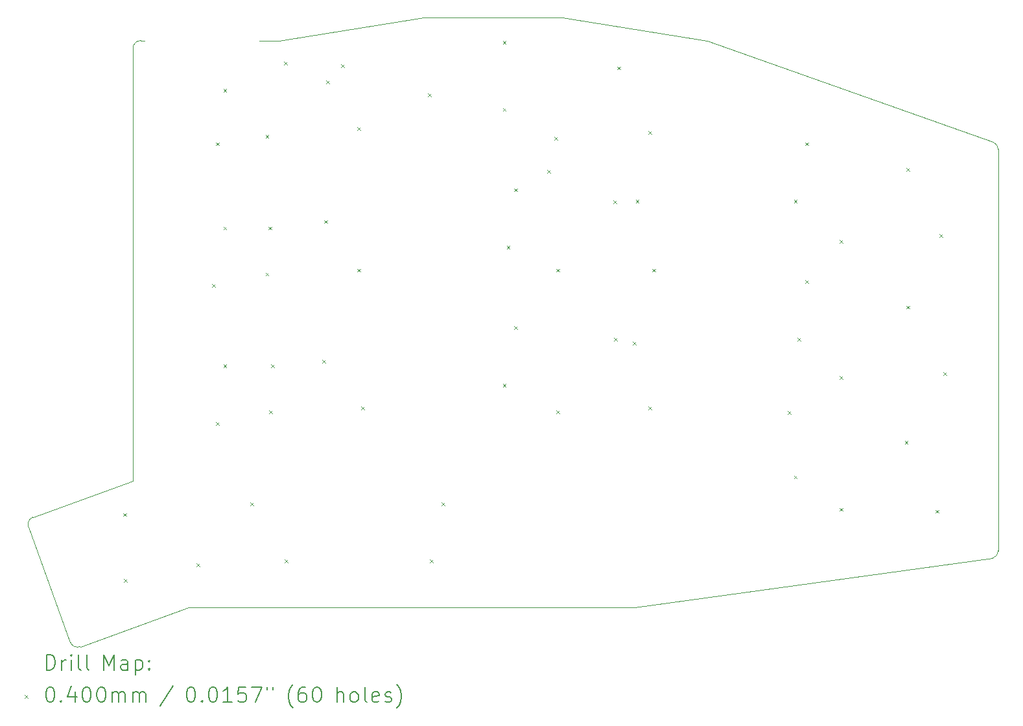
<source format=gbr>
%TF.GenerationSoftware,KiCad,Pcbnew,(7.0.0-0)*%
%TF.CreationDate,2023-03-13T10:44:27+08:00*%
%TF.ProjectId,Input,496e7075-742e-46b6-9963-61645f706362,1*%
%TF.SameCoordinates,PX7bfa480PY6052340*%
%TF.FileFunction,Drillmap*%
%TF.FilePolarity,Positive*%
%FSLAX45Y45*%
G04 Gerber Fmt 4.5, Leading zero omitted, Abs format (unit mm)*
G04 Created by KiCad (PCBNEW (7.0.0-0)) date 2023-03-13 10:44:27*
%MOMM*%
%LPD*%
G01*
G04 APERTURE LIST*
%ADD10C,0.100000*%
%ADD11C,0.200000*%
%ADD12C,0.040000*%
G04 APERTURE END LIST*
D10*
X2900000Y3200000D02*
X1000000Y2900000D01*
X6600000Y2900000D02*
X4700000Y3200000D01*
X-750000Y2900000D02*
X-800000Y2901005D01*
X-900000Y2800000D02*
X-900000Y-2850000D01*
X10325000Y-3860000D02*
G75*
G03*
X10400000Y-3764289I-23570J95711D01*
G01*
X1000000Y2900000D02*
X750000Y2900000D01*
X5650000Y-4500000D02*
X10325000Y-3860000D01*
X-175000Y-4500000D02*
X5650000Y-4500000D01*
X-800000Y2901005D02*
G75*
G03*
X-900000Y2800001I0J-100005D01*
G01*
X-1719107Y-4955972D02*
X-2266339Y-3452464D01*
X-1719110Y-4955973D02*
G75*
G03*
X-1590936Y-5015740I93970J34203D01*
G01*
X10330000Y1575000D02*
X6600000Y2900000D01*
X10400001Y1479289D02*
G75*
G03*
X10330000Y1575000I-100431J1D01*
G01*
X-2206573Y-3324290D02*
G75*
G03*
X-2266339Y-3452464I34203J-93970D01*
G01*
X4700000Y3200000D02*
X2900000Y3200000D01*
X-2206572Y-3324293D02*
X-900000Y-2850000D01*
X-175000Y-4500000D02*
X-1590936Y-5015740D01*
X10400000Y-3764289D02*
X10400000Y1479289D01*
D11*
D12*
X-1027327Y-3272673D02*
X-987327Y-3312673D01*
X-987327Y-3272673D02*
X-1027327Y-3312673D01*
X-1020000Y-4130000D02*
X-980000Y-4170000D01*
X-980000Y-4130000D02*
X-1020000Y-4170000D01*
X-70000Y-3930000D02*
X-30000Y-3970000D01*
X-30000Y-3930000D02*
X-70000Y-3970000D01*
X130000Y-280000D02*
X170000Y-320000D01*
X170000Y-280000D02*
X130000Y-320000D01*
X180000Y1570000D02*
X220000Y1530000D01*
X220000Y1570000D02*
X180000Y1530000D01*
X180000Y-2080000D02*
X220000Y-2120000D01*
X220000Y-2080000D02*
X180000Y-2120000D01*
X280000Y470000D02*
X320000Y430000D01*
X320000Y470000D02*
X280000Y430000D01*
X280000Y-1330000D02*
X320000Y-1370000D01*
X320000Y-1330000D02*
X280000Y-1370000D01*
X280000Y2270000D02*
X320000Y2230000D01*
X320000Y2270000D02*
X280000Y2230000D01*
X630000Y-3130000D02*
X670000Y-3170000D01*
X670000Y-3130000D02*
X630000Y-3170000D01*
X830000Y1670000D02*
X870000Y1630000D01*
X870000Y1670000D02*
X830000Y1630000D01*
X830000Y-130000D02*
X870000Y-170000D01*
X870000Y-130000D02*
X830000Y-170000D01*
X870000Y470000D02*
X910000Y430000D01*
X910000Y470000D02*
X870000Y430000D01*
X880000Y-1930000D02*
X920000Y-1970000D01*
X920000Y-1930000D02*
X880000Y-1970000D01*
X900000Y-1330000D02*
X940000Y-1370000D01*
X940000Y-1330000D02*
X900000Y-1370000D01*
X1070000Y2622450D02*
X1110000Y2582450D01*
X1110000Y2622450D02*
X1070000Y2582450D01*
X1080000Y-3880000D02*
X1120000Y-3920000D01*
X1120000Y-3880000D02*
X1080000Y-3920000D01*
X1572500Y-1272500D02*
X1612500Y-1312500D01*
X1612500Y-1272500D02*
X1572500Y-1312500D01*
X1596250Y553750D02*
X1636250Y513750D01*
X1636250Y553750D02*
X1596250Y513750D01*
X1622500Y2377500D02*
X1662500Y2337500D01*
X1662500Y2377500D02*
X1622500Y2337500D01*
X1820000Y2590000D02*
X1860000Y2550000D01*
X1860000Y2590000D02*
X1820000Y2550000D01*
X2030000Y1770000D02*
X2070000Y1730000D01*
X2070000Y1770000D02*
X2030000Y1730000D01*
X2030000Y-80000D02*
X2070000Y-120000D01*
X2070000Y-80000D02*
X2030000Y-120000D01*
X2080000Y-1880000D02*
X2120000Y-1920000D01*
X2120000Y-1880000D02*
X2080000Y-1920000D01*
X2950000Y2210000D02*
X2990000Y2170000D01*
X2990000Y2210000D02*
X2950000Y2170000D01*
X2980000Y-3880000D02*
X3020000Y-3920000D01*
X3020000Y-3880000D02*
X2980000Y-3920000D01*
X3130000Y-3130000D02*
X3170000Y-3170000D01*
X3170000Y-3130000D02*
X3130000Y-3170000D01*
X3930000Y2897550D02*
X3970000Y2857550D01*
X3970000Y2897550D02*
X3930000Y2857550D01*
X3930000Y2020000D02*
X3970000Y1980000D01*
X3970000Y2020000D02*
X3930000Y1980000D01*
X3930000Y-1580000D02*
X3970000Y-1620000D01*
X3970000Y-1580000D02*
X3930000Y-1620000D01*
X3980000Y220000D02*
X4020000Y180000D01*
X4020000Y220000D02*
X3980000Y180000D01*
X4080000Y970000D02*
X4120000Y930000D01*
X4120000Y970000D02*
X4080000Y930000D01*
X4080000Y-830000D02*
X4120000Y-870000D01*
X4120000Y-830000D02*
X4080000Y-870000D01*
X4510000Y1210000D02*
X4550000Y1170000D01*
X4550000Y1210000D02*
X4510000Y1170000D01*
X4605500Y1645500D02*
X4645500Y1605500D01*
X4645500Y1645500D02*
X4605500Y1605500D01*
X4630000Y-80000D02*
X4670000Y-120000D01*
X4670000Y-80000D02*
X4630000Y-120000D01*
X4630000Y-1930000D02*
X4670000Y-1970000D01*
X4670000Y-1930000D02*
X4630000Y-1970000D01*
X5372500Y812500D02*
X5412500Y772500D01*
X5412500Y812500D02*
X5372500Y772500D01*
X5380000Y-980000D02*
X5420000Y-1020000D01*
X5420000Y-980000D02*
X5380000Y-1020000D01*
X5422500Y2562500D02*
X5462500Y2522500D01*
X5462500Y2562500D02*
X5422500Y2522500D01*
X5630000Y-1030000D02*
X5670000Y-1070000D01*
X5670000Y-1030000D02*
X5630000Y-1070000D01*
X5665000Y820000D02*
X5705000Y780000D01*
X5705000Y820000D02*
X5665000Y780000D01*
X5830000Y1720000D02*
X5870000Y1680000D01*
X5870000Y1720000D02*
X5830000Y1680000D01*
X5830000Y-1880000D02*
X5870000Y-1920000D01*
X5870000Y-1880000D02*
X5830000Y-1920000D01*
X5880000Y-80000D02*
X5920000Y-120000D01*
X5920000Y-80000D02*
X5880000Y-120000D01*
X7652500Y-1937500D02*
X7692500Y-1977500D01*
X7692500Y-1937500D02*
X7652500Y-1977500D01*
X7730000Y820000D02*
X7770000Y780000D01*
X7770000Y820000D02*
X7730000Y780000D01*
X7730000Y-2780000D02*
X7770000Y-2820000D01*
X7770000Y-2780000D02*
X7730000Y-2820000D01*
X7780000Y-980000D02*
X7820000Y-1020000D01*
X7820000Y-980000D02*
X7780000Y-1020000D01*
X7880000Y1570000D02*
X7920000Y1530000D01*
X7920000Y1570000D02*
X7880000Y1530000D01*
X7880000Y-230000D02*
X7920000Y-270000D01*
X7920000Y-230000D02*
X7880000Y-270000D01*
X8330000Y295000D02*
X8370000Y255000D01*
X8370000Y295000D02*
X8330000Y255000D01*
X8330000Y-1480000D02*
X8370000Y-1520000D01*
X8370000Y-1480000D02*
X8330000Y-1520000D01*
X8330000Y-3205000D02*
X8370000Y-3245000D01*
X8370000Y-3205000D02*
X8330000Y-3245000D01*
X9180000Y-2330000D02*
X9220000Y-2370000D01*
X9220000Y-2330000D02*
X9180000Y-2370000D01*
X9197500Y1237500D02*
X9237500Y1197500D01*
X9237500Y1237500D02*
X9197500Y1197500D01*
X9197500Y-562500D02*
X9237500Y-602500D01*
X9237500Y-562500D02*
X9197500Y-602500D01*
X9580000Y-3230000D02*
X9620000Y-3270000D01*
X9620000Y-3230000D02*
X9580000Y-3270000D01*
X9630000Y370000D02*
X9670000Y330000D01*
X9670000Y370000D02*
X9630000Y330000D01*
X9680000Y-1430000D02*
X9720000Y-1470000D01*
X9720000Y-1430000D02*
X9680000Y-1470000D01*
D11*
X-2029752Y-5320247D02*
X-2029752Y-5120247D01*
X-2029752Y-5120247D02*
X-1982133Y-5120247D01*
X-1982133Y-5120247D02*
X-1953561Y-5129771D01*
X-1953561Y-5129771D02*
X-1934514Y-5148819D01*
X-1934514Y-5148819D02*
X-1924990Y-5167866D01*
X-1924990Y-5167866D02*
X-1915466Y-5205961D01*
X-1915466Y-5205961D02*
X-1915466Y-5234533D01*
X-1915466Y-5234533D02*
X-1924990Y-5272628D01*
X-1924990Y-5272628D02*
X-1934514Y-5291676D01*
X-1934514Y-5291676D02*
X-1953561Y-5310723D01*
X-1953561Y-5310723D02*
X-1982133Y-5320247D01*
X-1982133Y-5320247D02*
X-2029752Y-5320247D01*
X-1829752Y-5320247D02*
X-1829752Y-5186914D01*
X-1829752Y-5225009D02*
X-1820228Y-5205961D01*
X-1820228Y-5205961D02*
X-1810704Y-5196438D01*
X-1810704Y-5196438D02*
X-1791657Y-5186914D01*
X-1791657Y-5186914D02*
X-1772609Y-5186914D01*
X-1705942Y-5320247D02*
X-1705942Y-5186914D01*
X-1705942Y-5120247D02*
X-1715466Y-5129771D01*
X-1715466Y-5129771D02*
X-1705942Y-5139295D01*
X-1705942Y-5139295D02*
X-1696418Y-5129771D01*
X-1696418Y-5129771D02*
X-1705942Y-5120247D01*
X-1705942Y-5120247D02*
X-1705942Y-5139295D01*
X-1582133Y-5320247D02*
X-1601180Y-5310723D01*
X-1601180Y-5310723D02*
X-1610704Y-5291676D01*
X-1610704Y-5291676D02*
X-1610704Y-5120247D01*
X-1477371Y-5320247D02*
X-1496418Y-5310723D01*
X-1496418Y-5310723D02*
X-1505942Y-5291676D01*
X-1505942Y-5291676D02*
X-1505942Y-5120247D01*
X-1281180Y-5320247D02*
X-1281180Y-5120247D01*
X-1281180Y-5120247D02*
X-1214514Y-5263104D01*
X-1214514Y-5263104D02*
X-1147847Y-5120247D01*
X-1147847Y-5120247D02*
X-1147847Y-5320247D01*
X-966895Y-5320247D02*
X-966895Y-5215485D01*
X-966895Y-5215485D02*
X-976418Y-5196438D01*
X-976418Y-5196438D02*
X-995466Y-5186914D01*
X-995466Y-5186914D02*
X-1033561Y-5186914D01*
X-1033561Y-5186914D02*
X-1052609Y-5196438D01*
X-966895Y-5310723D02*
X-985942Y-5320247D01*
X-985942Y-5320247D02*
X-1033561Y-5320247D01*
X-1033561Y-5320247D02*
X-1052609Y-5310723D01*
X-1052609Y-5310723D02*
X-1062133Y-5291676D01*
X-1062133Y-5291676D02*
X-1062133Y-5272628D01*
X-1062133Y-5272628D02*
X-1052609Y-5253580D01*
X-1052609Y-5253580D02*
X-1033561Y-5244057D01*
X-1033561Y-5244057D02*
X-985942Y-5244057D01*
X-985942Y-5244057D02*
X-966895Y-5234533D01*
X-871657Y-5186914D02*
X-871657Y-5386914D01*
X-871657Y-5196438D02*
X-852609Y-5186914D01*
X-852609Y-5186914D02*
X-814514Y-5186914D01*
X-814514Y-5186914D02*
X-795466Y-5196438D01*
X-795466Y-5196438D02*
X-785942Y-5205961D01*
X-785942Y-5205961D02*
X-776418Y-5225009D01*
X-776418Y-5225009D02*
X-776418Y-5282152D01*
X-776418Y-5282152D02*
X-785942Y-5301199D01*
X-785942Y-5301199D02*
X-795466Y-5310723D01*
X-795466Y-5310723D02*
X-814514Y-5320247D01*
X-814514Y-5320247D02*
X-852609Y-5320247D01*
X-852609Y-5320247D02*
X-871657Y-5310723D01*
X-690704Y-5301199D02*
X-681180Y-5310723D01*
X-681180Y-5310723D02*
X-690704Y-5320247D01*
X-690704Y-5320247D02*
X-700228Y-5310723D01*
X-700228Y-5310723D02*
X-690704Y-5301199D01*
X-690704Y-5301199D02*
X-690704Y-5320247D01*
X-690704Y-5196438D02*
X-681180Y-5205961D01*
X-681180Y-5205961D02*
X-690704Y-5215485D01*
X-690704Y-5215485D02*
X-700228Y-5205961D01*
X-700228Y-5205961D02*
X-690704Y-5196438D01*
X-690704Y-5196438D02*
X-690704Y-5215485D01*
D12*
X-2317371Y-5646771D02*
X-2277371Y-5686771D01*
X-2277371Y-5646771D02*
X-2317371Y-5686771D01*
D11*
X-1991657Y-5540247D02*
X-1972609Y-5540247D01*
X-1972609Y-5540247D02*
X-1953561Y-5549771D01*
X-1953561Y-5549771D02*
X-1944037Y-5559295D01*
X-1944037Y-5559295D02*
X-1934514Y-5578342D01*
X-1934514Y-5578342D02*
X-1924990Y-5616437D01*
X-1924990Y-5616437D02*
X-1924990Y-5664057D01*
X-1924990Y-5664057D02*
X-1934514Y-5702152D01*
X-1934514Y-5702152D02*
X-1944037Y-5721199D01*
X-1944037Y-5721199D02*
X-1953561Y-5730723D01*
X-1953561Y-5730723D02*
X-1972609Y-5740247D01*
X-1972609Y-5740247D02*
X-1991657Y-5740247D01*
X-1991657Y-5740247D02*
X-2010704Y-5730723D01*
X-2010704Y-5730723D02*
X-2020228Y-5721199D01*
X-2020228Y-5721199D02*
X-2029752Y-5702152D01*
X-2029752Y-5702152D02*
X-2039276Y-5664057D01*
X-2039276Y-5664057D02*
X-2039276Y-5616437D01*
X-2039276Y-5616437D02*
X-2029752Y-5578342D01*
X-2029752Y-5578342D02*
X-2020228Y-5559295D01*
X-2020228Y-5559295D02*
X-2010704Y-5549771D01*
X-2010704Y-5549771D02*
X-1991657Y-5540247D01*
X-1839276Y-5721199D02*
X-1829752Y-5730723D01*
X-1829752Y-5730723D02*
X-1839276Y-5740247D01*
X-1839276Y-5740247D02*
X-1848799Y-5730723D01*
X-1848799Y-5730723D02*
X-1839276Y-5721199D01*
X-1839276Y-5721199D02*
X-1839276Y-5740247D01*
X-1658323Y-5606914D02*
X-1658323Y-5740247D01*
X-1705942Y-5530723D02*
X-1753561Y-5673580D01*
X-1753561Y-5673580D02*
X-1629752Y-5673580D01*
X-1515466Y-5540247D02*
X-1496418Y-5540247D01*
X-1496418Y-5540247D02*
X-1477371Y-5549771D01*
X-1477371Y-5549771D02*
X-1467847Y-5559295D01*
X-1467847Y-5559295D02*
X-1458323Y-5578342D01*
X-1458323Y-5578342D02*
X-1448799Y-5616437D01*
X-1448799Y-5616437D02*
X-1448799Y-5664057D01*
X-1448799Y-5664057D02*
X-1458323Y-5702152D01*
X-1458323Y-5702152D02*
X-1467847Y-5721199D01*
X-1467847Y-5721199D02*
X-1477371Y-5730723D01*
X-1477371Y-5730723D02*
X-1496418Y-5740247D01*
X-1496418Y-5740247D02*
X-1515466Y-5740247D01*
X-1515466Y-5740247D02*
X-1534514Y-5730723D01*
X-1534514Y-5730723D02*
X-1544037Y-5721199D01*
X-1544037Y-5721199D02*
X-1553561Y-5702152D01*
X-1553561Y-5702152D02*
X-1563085Y-5664057D01*
X-1563085Y-5664057D02*
X-1563085Y-5616437D01*
X-1563085Y-5616437D02*
X-1553561Y-5578342D01*
X-1553561Y-5578342D02*
X-1544037Y-5559295D01*
X-1544037Y-5559295D02*
X-1534514Y-5549771D01*
X-1534514Y-5549771D02*
X-1515466Y-5540247D01*
X-1324990Y-5540247D02*
X-1305942Y-5540247D01*
X-1305942Y-5540247D02*
X-1286895Y-5549771D01*
X-1286895Y-5549771D02*
X-1277371Y-5559295D01*
X-1277371Y-5559295D02*
X-1267847Y-5578342D01*
X-1267847Y-5578342D02*
X-1258323Y-5616437D01*
X-1258323Y-5616437D02*
X-1258323Y-5664057D01*
X-1258323Y-5664057D02*
X-1267847Y-5702152D01*
X-1267847Y-5702152D02*
X-1277371Y-5721199D01*
X-1277371Y-5721199D02*
X-1286895Y-5730723D01*
X-1286895Y-5730723D02*
X-1305942Y-5740247D01*
X-1305942Y-5740247D02*
X-1324990Y-5740247D01*
X-1324990Y-5740247D02*
X-1344038Y-5730723D01*
X-1344038Y-5730723D02*
X-1353561Y-5721199D01*
X-1353561Y-5721199D02*
X-1363085Y-5702152D01*
X-1363085Y-5702152D02*
X-1372609Y-5664057D01*
X-1372609Y-5664057D02*
X-1372609Y-5616437D01*
X-1372609Y-5616437D02*
X-1363085Y-5578342D01*
X-1363085Y-5578342D02*
X-1353561Y-5559295D01*
X-1353561Y-5559295D02*
X-1344038Y-5549771D01*
X-1344038Y-5549771D02*
X-1324990Y-5540247D01*
X-1172609Y-5740247D02*
X-1172609Y-5606914D01*
X-1172609Y-5625961D02*
X-1163085Y-5616437D01*
X-1163085Y-5616437D02*
X-1144038Y-5606914D01*
X-1144038Y-5606914D02*
X-1115466Y-5606914D01*
X-1115466Y-5606914D02*
X-1096418Y-5616437D01*
X-1096418Y-5616437D02*
X-1086895Y-5635485D01*
X-1086895Y-5635485D02*
X-1086895Y-5740247D01*
X-1086895Y-5635485D02*
X-1077371Y-5616437D01*
X-1077371Y-5616437D02*
X-1058323Y-5606914D01*
X-1058323Y-5606914D02*
X-1029752Y-5606914D01*
X-1029752Y-5606914D02*
X-1010704Y-5616437D01*
X-1010704Y-5616437D02*
X-1001180Y-5635485D01*
X-1001180Y-5635485D02*
X-1001180Y-5740247D01*
X-905942Y-5740247D02*
X-905942Y-5606914D01*
X-905942Y-5625961D02*
X-896418Y-5616437D01*
X-896418Y-5616437D02*
X-877371Y-5606914D01*
X-877371Y-5606914D02*
X-848799Y-5606914D01*
X-848799Y-5606914D02*
X-829752Y-5616437D01*
X-829752Y-5616437D02*
X-820228Y-5635485D01*
X-820228Y-5635485D02*
X-820228Y-5740247D01*
X-820228Y-5635485D02*
X-810704Y-5616437D01*
X-810704Y-5616437D02*
X-791656Y-5606914D01*
X-791656Y-5606914D02*
X-763085Y-5606914D01*
X-763085Y-5606914D02*
X-744037Y-5616437D01*
X-744037Y-5616437D02*
X-734514Y-5635485D01*
X-734514Y-5635485D02*
X-734514Y-5740247D01*
X-376418Y-5530723D02*
X-547847Y-5787866D01*
X-151657Y-5540247D02*
X-132609Y-5540247D01*
X-132609Y-5540247D02*
X-113561Y-5549771D01*
X-113561Y-5549771D02*
X-104037Y-5559295D01*
X-104037Y-5559295D02*
X-94514Y-5578342D01*
X-94514Y-5578342D02*
X-84990Y-5616437D01*
X-84990Y-5616437D02*
X-84990Y-5664057D01*
X-84990Y-5664057D02*
X-94514Y-5702152D01*
X-94514Y-5702152D02*
X-104037Y-5721199D01*
X-104037Y-5721199D02*
X-113561Y-5730723D01*
X-113561Y-5730723D02*
X-132609Y-5740247D01*
X-132609Y-5740247D02*
X-151657Y-5740247D01*
X-151657Y-5740247D02*
X-170704Y-5730723D01*
X-170704Y-5730723D02*
X-180228Y-5721199D01*
X-180228Y-5721199D02*
X-189752Y-5702152D01*
X-189752Y-5702152D02*
X-199275Y-5664057D01*
X-199275Y-5664057D02*
X-199275Y-5616437D01*
X-199275Y-5616437D02*
X-189752Y-5578342D01*
X-189752Y-5578342D02*
X-180228Y-5559295D01*
X-180228Y-5559295D02*
X-170704Y-5549771D01*
X-170704Y-5549771D02*
X-151657Y-5540247D01*
X724Y-5721199D02*
X10248Y-5730723D01*
X10248Y-5730723D02*
X724Y-5740247D01*
X724Y-5740247D02*
X-8799Y-5730723D01*
X-8799Y-5730723D02*
X724Y-5721199D01*
X724Y-5721199D02*
X724Y-5740247D01*
X134058Y-5540247D02*
X153106Y-5540247D01*
X153106Y-5540247D02*
X172153Y-5549771D01*
X172153Y-5549771D02*
X181677Y-5559295D01*
X181677Y-5559295D02*
X191201Y-5578342D01*
X191201Y-5578342D02*
X200724Y-5616437D01*
X200724Y-5616437D02*
X200724Y-5664057D01*
X200724Y-5664057D02*
X191201Y-5702152D01*
X191201Y-5702152D02*
X181677Y-5721199D01*
X181677Y-5721199D02*
X172153Y-5730723D01*
X172153Y-5730723D02*
X153106Y-5740247D01*
X153106Y-5740247D02*
X134058Y-5740247D01*
X134058Y-5740247D02*
X115010Y-5730723D01*
X115010Y-5730723D02*
X105486Y-5721199D01*
X105486Y-5721199D02*
X95963Y-5702152D01*
X95963Y-5702152D02*
X86439Y-5664057D01*
X86439Y-5664057D02*
X86439Y-5616437D01*
X86439Y-5616437D02*
X95963Y-5578342D01*
X95963Y-5578342D02*
X105486Y-5559295D01*
X105486Y-5559295D02*
X115010Y-5549771D01*
X115010Y-5549771D02*
X134058Y-5540247D01*
X391201Y-5740247D02*
X276915Y-5740247D01*
X334058Y-5740247D02*
X334058Y-5540247D01*
X334058Y-5540247D02*
X315010Y-5568819D01*
X315010Y-5568819D02*
X295963Y-5587866D01*
X295963Y-5587866D02*
X276915Y-5597390D01*
X572153Y-5540247D02*
X476915Y-5540247D01*
X476915Y-5540247D02*
X467391Y-5635485D01*
X467391Y-5635485D02*
X476915Y-5625961D01*
X476915Y-5625961D02*
X495963Y-5616437D01*
X495963Y-5616437D02*
X543582Y-5616437D01*
X543582Y-5616437D02*
X562629Y-5625961D01*
X562629Y-5625961D02*
X572153Y-5635485D01*
X572153Y-5635485D02*
X581677Y-5654533D01*
X581677Y-5654533D02*
X581677Y-5702152D01*
X581677Y-5702152D02*
X572153Y-5721199D01*
X572153Y-5721199D02*
X562629Y-5730723D01*
X562629Y-5730723D02*
X543582Y-5740247D01*
X543582Y-5740247D02*
X495963Y-5740247D01*
X495963Y-5740247D02*
X476915Y-5730723D01*
X476915Y-5730723D02*
X467391Y-5721199D01*
X648344Y-5540247D02*
X781677Y-5540247D01*
X781677Y-5540247D02*
X695963Y-5740247D01*
X848344Y-5540247D02*
X848344Y-5578342D01*
X924534Y-5540247D02*
X924534Y-5578342D01*
X1187391Y-5816437D02*
X1177867Y-5806914D01*
X1177867Y-5806914D02*
X1158820Y-5778342D01*
X1158820Y-5778342D02*
X1149296Y-5759295D01*
X1149296Y-5759295D02*
X1139772Y-5730723D01*
X1139772Y-5730723D02*
X1130248Y-5683104D01*
X1130248Y-5683104D02*
X1130248Y-5645009D01*
X1130248Y-5645009D02*
X1139772Y-5597390D01*
X1139772Y-5597390D02*
X1149296Y-5568819D01*
X1149296Y-5568819D02*
X1158820Y-5549771D01*
X1158820Y-5549771D02*
X1177867Y-5521199D01*
X1177867Y-5521199D02*
X1187391Y-5511676D01*
X1349296Y-5540247D02*
X1311201Y-5540247D01*
X1311201Y-5540247D02*
X1292153Y-5549771D01*
X1292153Y-5549771D02*
X1282629Y-5559295D01*
X1282629Y-5559295D02*
X1263582Y-5587866D01*
X1263582Y-5587866D02*
X1254058Y-5625961D01*
X1254058Y-5625961D02*
X1254058Y-5702152D01*
X1254058Y-5702152D02*
X1263582Y-5721199D01*
X1263582Y-5721199D02*
X1273106Y-5730723D01*
X1273106Y-5730723D02*
X1292153Y-5740247D01*
X1292153Y-5740247D02*
X1330248Y-5740247D01*
X1330248Y-5740247D02*
X1349296Y-5730723D01*
X1349296Y-5730723D02*
X1358820Y-5721199D01*
X1358820Y-5721199D02*
X1368344Y-5702152D01*
X1368344Y-5702152D02*
X1368344Y-5654533D01*
X1368344Y-5654533D02*
X1358820Y-5635485D01*
X1358820Y-5635485D02*
X1349296Y-5625961D01*
X1349296Y-5625961D02*
X1330248Y-5616437D01*
X1330248Y-5616437D02*
X1292153Y-5616437D01*
X1292153Y-5616437D02*
X1273106Y-5625961D01*
X1273106Y-5625961D02*
X1263582Y-5635485D01*
X1263582Y-5635485D02*
X1254058Y-5654533D01*
X1492153Y-5540247D02*
X1511201Y-5540247D01*
X1511201Y-5540247D02*
X1530248Y-5549771D01*
X1530248Y-5549771D02*
X1539772Y-5559295D01*
X1539772Y-5559295D02*
X1549296Y-5578342D01*
X1549296Y-5578342D02*
X1558820Y-5616437D01*
X1558820Y-5616437D02*
X1558820Y-5664057D01*
X1558820Y-5664057D02*
X1549296Y-5702152D01*
X1549296Y-5702152D02*
X1539772Y-5721199D01*
X1539772Y-5721199D02*
X1530248Y-5730723D01*
X1530248Y-5730723D02*
X1511201Y-5740247D01*
X1511201Y-5740247D02*
X1492153Y-5740247D01*
X1492153Y-5740247D02*
X1473105Y-5730723D01*
X1473105Y-5730723D02*
X1463582Y-5721199D01*
X1463582Y-5721199D02*
X1454058Y-5702152D01*
X1454058Y-5702152D02*
X1444534Y-5664057D01*
X1444534Y-5664057D02*
X1444534Y-5616437D01*
X1444534Y-5616437D02*
X1454058Y-5578342D01*
X1454058Y-5578342D02*
X1463582Y-5559295D01*
X1463582Y-5559295D02*
X1473105Y-5549771D01*
X1473105Y-5549771D02*
X1492153Y-5540247D01*
X1764534Y-5740247D02*
X1764534Y-5540247D01*
X1850248Y-5740247D02*
X1850248Y-5635485D01*
X1850248Y-5635485D02*
X1840725Y-5616437D01*
X1840725Y-5616437D02*
X1821677Y-5606914D01*
X1821677Y-5606914D02*
X1793105Y-5606914D01*
X1793105Y-5606914D02*
X1774058Y-5616437D01*
X1774058Y-5616437D02*
X1764534Y-5625961D01*
X1974058Y-5740247D02*
X1955010Y-5730723D01*
X1955010Y-5730723D02*
X1945486Y-5721199D01*
X1945486Y-5721199D02*
X1935963Y-5702152D01*
X1935963Y-5702152D02*
X1935963Y-5645009D01*
X1935963Y-5645009D02*
X1945486Y-5625961D01*
X1945486Y-5625961D02*
X1955010Y-5616437D01*
X1955010Y-5616437D02*
X1974058Y-5606914D01*
X1974058Y-5606914D02*
X2002629Y-5606914D01*
X2002629Y-5606914D02*
X2021677Y-5616437D01*
X2021677Y-5616437D02*
X2031201Y-5625961D01*
X2031201Y-5625961D02*
X2040725Y-5645009D01*
X2040725Y-5645009D02*
X2040725Y-5702152D01*
X2040725Y-5702152D02*
X2031201Y-5721199D01*
X2031201Y-5721199D02*
X2021677Y-5730723D01*
X2021677Y-5730723D02*
X2002629Y-5740247D01*
X2002629Y-5740247D02*
X1974058Y-5740247D01*
X2155010Y-5740247D02*
X2135963Y-5730723D01*
X2135963Y-5730723D02*
X2126439Y-5711676D01*
X2126439Y-5711676D02*
X2126439Y-5540247D01*
X2307391Y-5730723D02*
X2288344Y-5740247D01*
X2288344Y-5740247D02*
X2250248Y-5740247D01*
X2250248Y-5740247D02*
X2231201Y-5730723D01*
X2231201Y-5730723D02*
X2221677Y-5711676D01*
X2221677Y-5711676D02*
X2221677Y-5635485D01*
X2221677Y-5635485D02*
X2231201Y-5616437D01*
X2231201Y-5616437D02*
X2250248Y-5606914D01*
X2250248Y-5606914D02*
X2288344Y-5606914D01*
X2288344Y-5606914D02*
X2307391Y-5616437D01*
X2307391Y-5616437D02*
X2316915Y-5635485D01*
X2316915Y-5635485D02*
X2316915Y-5654533D01*
X2316915Y-5654533D02*
X2221677Y-5673580D01*
X2393106Y-5730723D02*
X2412153Y-5740247D01*
X2412153Y-5740247D02*
X2450248Y-5740247D01*
X2450248Y-5740247D02*
X2469296Y-5730723D01*
X2469296Y-5730723D02*
X2478820Y-5711676D01*
X2478820Y-5711676D02*
X2478820Y-5702152D01*
X2478820Y-5702152D02*
X2469296Y-5683104D01*
X2469296Y-5683104D02*
X2450248Y-5673580D01*
X2450248Y-5673580D02*
X2421677Y-5673580D01*
X2421677Y-5673580D02*
X2402629Y-5664057D01*
X2402629Y-5664057D02*
X2393106Y-5645009D01*
X2393106Y-5645009D02*
X2393106Y-5635485D01*
X2393106Y-5635485D02*
X2402629Y-5616437D01*
X2402629Y-5616437D02*
X2421677Y-5606914D01*
X2421677Y-5606914D02*
X2450248Y-5606914D01*
X2450248Y-5606914D02*
X2469296Y-5616437D01*
X2545487Y-5816437D02*
X2555010Y-5806914D01*
X2555010Y-5806914D02*
X2574058Y-5778342D01*
X2574058Y-5778342D02*
X2583582Y-5759295D01*
X2583582Y-5759295D02*
X2593106Y-5730723D01*
X2593106Y-5730723D02*
X2602629Y-5683104D01*
X2602629Y-5683104D02*
X2602629Y-5645009D01*
X2602629Y-5645009D02*
X2593106Y-5597390D01*
X2593106Y-5597390D02*
X2583582Y-5568819D01*
X2583582Y-5568819D02*
X2574058Y-5549771D01*
X2574058Y-5549771D02*
X2555010Y-5521199D01*
X2555010Y-5521199D02*
X2545487Y-5511676D01*
M02*

</source>
